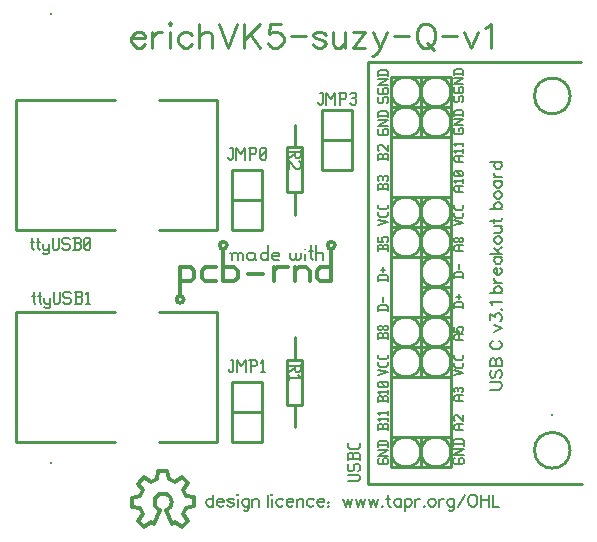
<source format=gto>
G04 start of page 2 for group 1 layer_idx 8 *
G04 Title: (unknown), top_silk *
G04 Creator: pcb-rnd 3.1.0-dev *
G04 CreationDate: 2023-01-28 08:44:06 UTC *
G04 For: tonia *
G04 Format: Gerber/RS-274X *
G04 PCB-Dimensions: 236220 236220 *
G04 PCB-Coordinate-Origin: lower left *
%MOIN*%
%FSLAX25Y25*%
%LNTOP_SILK_NONE_1*%
%ADD51C,0.0070*%
%ADD50C,0.0100*%
%ADD49C,0.0120*%
G54D49*X38660Y74830D02*X38685Y71927D01*
G54D50*X-79Y93465D02*X32913D01*
X-79Y136772D02*Y93465D01*
X32913Y136772D02*X-79D01*
G54D49*X42285Y69434D02*X40726Y67119D01*
X41433Y71441D02*X42285Y69434D01*
X38685Y71927D02*X41433Y71441D01*
G54D50*X-79Y164291D02*X32913D01*
X-79Y207598D02*Y164291D01*
X32913Y207598D02*X-79D01*
G54D49*X45083Y66684D02*X46028Y66294D01*
X42796Y65085D02*X45083Y66684D01*
X40726Y67119D02*X42796Y65085D01*
X55349Y65194D02*X57384Y67265D01*
X53035Y66753D02*X55349Y65194D01*
X51972Y66294D02*X53035Y66753D01*
X41399Y75364D02*X38660Y74830D01*
G54D50*X11811Y86614D03*
Y236221D03*
G54D49*X42215Y77386D02*X41399Y75364D01*
G54D50*X134989Y95157D02*Y85169D01*
X145000Y85157D02*X125000D01*
X66850Y93465D02*X47677D01*
X82165D02*X72165D01*
X125000Y115146D02*X145000D01*
X125000Y95169D02*X145000D01*
X178740Y102559D03*
X92913Y105965D02*Y98465D01*
X90413Y105965D02*X95413D01*
X72165Y113465D02*Y93465D01*
X82165D02*Y113465D01*
X72165Y103465D02*X82165D01*
Y113465D02*Y103465D01*
X72165Y113465D02*X82165D01*
G54D49*X54700Y151869D02*X58300D01*
X59500Y150669D01*
G54D50*X66850Y164291D02*X47677D01*
Y207598D02*X66850D01*
G54D49*X58300Y147069D02*X54700D01*
X59500Y150669D02*Y148269D01*
X58300Y147069D02*X59500Y148269D01*
X63100Y151869D02*X66700D01*
X61900Y150669D02*Y148269D01*
X63100Y147069D02*X66700D01*
X61900Y150669D02*X63100Y151869D01*
X61900Y148269D02*X63100Y147069D01*
X77500Y149469D02*X82300D01*
X69100Y147069D02*X72700D01*
X73900Y148269D02*Y150669D01*
X72700Y151869D02*X69100D01*
X72700D02*X73900Y150669D01*
Y148269D02*X72700Y147069D01*
G54D50*X72165Y184331D02*Y164331D01*
Y184331D02*X82165D01*
Y164331D02*Y184331D01*
X72165Y174331D02*X82165D01*
Y184331D02*Y174331D01*
G54D49*X69100Y157869D02*Y147069D01*
G54D50*X82165Y164331D02*X72165D01*
G54D49*X54700Y151869D02*Y142269D01*
G54D50*X66850Y136772D02*Y93465D01*
Y207598D02*Y164291D01*
X47677Y136772D02*X66850D01*
G54D49*X85900Y151869D02*Y147069D01*
Y150669D02*X87100Y151869D01*
X90700D01*
G54D50*X92913Y128465D02*Y120965D01*
X95413D02*X90413D01*
X95413D02*Y105965D01*
X90413D02*Y120965D01*
G54D49*X93100Y150669D02*X94300Y151869D01*
X96700D01*
G54D50*X92913Y199331D02*Y191831D01*
Y176831D02*Y169331D01*
X95413Y191831D02*Y176831D01*
G54D49*X93100Y151869D02*Y147069D01*
X97900Y150669D02*Y147069D01*
Y150669D02*X96700Y151869D01*
G54D50*X95413Y191831D02*X90413D01*
Y176831D02*Y191831D01*
Y176831D02*X95413D01*
G54D49*X100300Y150669D02*Y148269D01*
Y150669D02*X101500Y151869D01*
X100300Y148269D02*X101500Y147069D01*
X105100D01*
Y157869D01*
G54D50*X125000Y215157D02*X145000D01*
X112087Y184291D02*Y204291D01*
X102087D02*X112087D01*
X102087D02*Y184291D01*
X112087Y194291D02*X102087D01*
Y184291D02*Y194291D01*
X125000Y175169D02*X145000D01*
X125000Y195146D02*X145000D01*
X125000Y205169D02*X145000D01*
G54D49*X105100Y151869D02*X101500D01*
G54D50*X145000Y155169D02*X125000D01*
X145000Y165169D02*X125000D01*
X135011Y175157D02*Y115180D01*
X145000Y135169D02*X125000D01*
X145000Y145169D02*X135000D01*
X145000Y125169D02*X125000D01*
X112087Y184291D02*X102087D01*
X135011Y215157D02*Y195157D01*
X145000Y85157D02*Y215157D01*
X117402Y79528D02*Y220079D01*
X125000Y215157D02*Y85157D01*
X117402Y220079D02*X188465D01*
X117402Y79528D02*X188661D01*
G54D49*X40616Y79672D02*X42215Y77386D01*
X42651Y81743D02*X40616Y79672D01*
X44965Y80184D02*X42651Y81743D01*
X46972Y81036D02*X44965Y80184D01*
X47870Y70741D02*X46028Y66294D01*
X50130Y70741D02*X51972Y66294D01*
X47458Y83783D02*X46972Y81036D01*
X50361Y83809D02*X47458Y83783D01*
X50895Y81070D02*X50361Y83809D01*
X52917Y80253D02*X50895Y81070D01*
X55204Y81852D02*X52917Y80253D01*
X57274Y79818D02*X55204Y81852D01*
X55715Y77503D02*X57274Y79818D01*
X56567Y75496D02*X55715Y77503D01*
X59315Y75010D02*X56567Y75496D01*
X59340Y72107D02*X59315Y75010D01*
X56601Y71573D02*X59340Y72107D01*
X55785Y69551D02*X56601Y71573D01*
X57384Y67265D02*X55785Y69551D01*
X47870Y70741D02*G75*G02X50130Y76196I1130J2728D01*G01*
X50130Y76196D02*G75*G02X50130Y70741I-1130J-2728D01*G01*
X53500Y141069D02*G75*G03X55900Y141069I1200J0D01*G01*
G75*G03X53500Y141069I-1200J0D01*G01*
X67900Y159069D02*G75*G03X70300Y159069I1200J0D01*G01*
G75*G03X67900Y159069I-1200J0D01*G01*
X103900D02*G75*G03X106300Y159069I1200J0D01*G01*
G75*G03X103900Y159069I-1200J0D01*G01*
G54D50*X125000Y90157D02*G75*G03X135000Y90157I5000J0D01*G01*
G75*G03X125000Y90157I-5000J0D01*G01*
X135000D02*G75*G03X145000Y90157I5000J0D01*G01*
G75*G03X135000Y90157I-5000J0D01*G01*
X125000Y120157D02*G75*G03X135000Y120157I5000J0D01*G01*
G75*G03X125000Y120157I-5000J0D01*G01*
X135000D02*G75*G03X145000Y120157I5000J0D01*G01*
G75*G03X135000Y120157I-5000J0D01*G01*
X184724Y90748D02*G75*G02X172809Y90748I-5958J0D01*G01*
G75*G02X184724Y90748I5958J0D01*G01*
X135000Y130157D02*G75*G03X145000Y130157I5000J0D01*G01*
G75*G03X135000Y130157I-5000J0D01*G01*
X125000D02*G75*G03X135000Y130157I5000J0D01*G01*
G75*G03X125000Y130157I-5000J0D01*G01*
X135000Y140157D02*G75*G03X145000Y140157I5000J0D01*G01*
G75*G03X135000Y140157I-5000J0D01*G01*
Y170157D02*G75*G03X145000Y170157I5000J0D01*G01*
G75*G03X135000Y170157I-5000J0D01*G01*
X125000D02*G75*G03X135000Y170157I5000J0D01*G01*
G75*G03X125000Y170157I-5000J0D01*G01*
Y200157D02*G75*G03X135000Y200157I5000J0D01*G01*
G75*G03X125000Y200157I-5000J0D01*G01*
X135000D02*G75*G03X145000Y200157I5000J0D01*G01*
G75*G03X135000Y200157I-5000J0D01*G01*
Y150157D02*G75*G03X145000Y150157I5000J0D01*G01*
G75*G03X135000Y150157I-5000J0D01*G01*
X125000Y160157D02*G75*G03X135000Y160157I5000J0D01*G01*
G75*G03X125000Y160157I-5000J0D01*G01*
X135000D02*G75*G03X145000Y160157I5000J0D01*G01*
G75*G03X135000Y160157I-5000J0D01*G01*
X125000Y210157D02*G75*G03X135000Y210157I5000J0D01*G01*
G75*G03X125000Y210157I-5000J0D01*G01*
X135000D02*G75*G03X145000Y210157I5000J0D01*G01*
G75*G03X135000Y210157I-5000J0D01*G01*
X184724Y208858D02*G75*G02X172809Y208858I-5958J0D01*G01*
G75*G02X184724Y208858I5958J0D01*G01*
X38500Y228021D02*X43068D01*
Y228781D01*
X42688Y229543D01*
X42308Y229925D01*
X41546Y230303D01*
X40404D01*
X39640Y229925D01*
X38878Y229163D01*
X38500Y228021D01*
Y227257D01*
X38878Y226115D01*
X39640Y225353D01*
X40404Y224971D01*
X41546D01*
X42308Y225353D01*
X43068Y226115D01*
X45468Y230303D02*Y224971D01*
Y228017D02*X45848Y229163D01*
X46612Y229923D01*
X47372Y230303D01*
X48516D01*
X51296Y230321D02*Y224989D01*
X50916Y232989D02*X51296Y232607D01*
X51678Y232989D01*
X51296Y233369D01*
X50916Y232989D01*
X58650Y229163D02*X57886Y229925D01*
X57126Y230303D01*
X55982D01*
X55222Y229925D01*
X54458Y229163D01*
X54078Y228021D01*
Y227257D01*
X54458Y226115D01*
X55222Y225353D01*
X55982Y224971D01*
X57126D01*
X57886Y225353D01*
X58650Y226115D01*
X61050Y232969D02*Y224969D01*
Y228779D02*X62190Y229923D01*
X62954Y230303D01*
X64096D01*
X64858Y229923D01*
X65240Y228779D01*
Y224969D01*
X67640Y232969D02*X70686Y224969D01*
X73736Y232969D02*X70686Y224969D01*
X76136Y232969D02*Y224969D01*
X81468Y232969D02*X76136Y227635D01*
X78040Y229539D02*X81468Y224969D01*
X88440Y232969D02*X84630D01*
X84248Y229543D01*
X84630Y229921D01*
X85772Y230303D01*
X86916D01*
X88058Y229921D01*
X88820Y229161D01*
X89202Y228017D01*
Y227257D01*
X88820Y226113D01*
X88058Y225351D01*
X86916Y224969D01*
X85772D01*
X84630Y225351D01*
X84248Y225733D01*
X83868Y226493D01*
X91602Y228969D02*X96602D01*
X103190Y229163D02*X102810Y229923D01*
X101666Y230303D01*
X100524D01*
X99380Y229923D01*
X99002Y229163D01*
X99380Y228399D01*
X100142Y228017D01*
X102048Y227637D01*
X102810Y227257D01*
X103190Y226495D01*
Y226113D01*
X102810Y225353D01*
X101666Y224971D01*
X100524D01*
X99380Y225353D01*
X99002Y226113D01*
X105590Y230303D02*Y226495D01*
X105970Y225353D01*
X106734Y224971D01*
X107876D01*
X108638Y225353D01*
X109780Y226495D01*
Y230303D02*Y224971D01*
X116370Y230303D02*X112180Y224971D01*
Y230303D02*X116370D01*
X112180Y224971D02*X116370D01*
X119150Y230303D02*X121436Y224971D01*
X123722Y230303D02*X121436Y224971D01*
X120674Y223449D01*
X119914Y222685D01*
X119150Y222303D01*
X118770D01*
X126122Y228969D02*X131122D01*
X135806Y232969D02*X135046Y232587D01*
X134282Y231825D01*
X133902Y231065D01*
X133522Y229921D01*
Y228017D01*
X133902Y226873D01*
X134282Y226111D01*
X135046Y225351D01*
X135806Y224969D01*
X137332D01*
X138092Y225351D01*
X138854Y226111D01*
X139236Y226873D01*
X139616Y228017D01*
Y229921D01*
X139236Y231065D01*
X138854Y231825D01*
X138092Y232587D01*
X137332Y232969D01*
X135806D01*
X136950Y226493D02*X139236Y224207D01*
X142016Y228969D02*X147016D01*
X149416Y230303D02*X151700Y224971D01*
X153984Y230303D02*X151700Y224971D01*
X156384Y231447D02*X157144Y231827D01*
X158288Y232969D01*
Y224969D01*
G54D51*X120761Y208096D02*X121161Y208496D01*
X120761Y206896D02*Y208096D01*
X121161Y206496D02*X120761Y206896D01*
X121161Y206496D02*X121961D01*
X122361Y206896D01*
Y208096D01*
X122761Y208496D01*
X123561D01*
X123961Y208096D02*X123561Y208496D01*
X123961Y206896D02*Y208096D01*
X123561Y206496D02*X123961Y206896D01*
X120761Y211056D02*X121161Y211456D01*
X120761Y209856D02*Y211056D01*
X121161Y209456D02*X120761Y209856D01*
X121161Y209456D02*X123561D01*
X123961Y209856D01*
Y211056D01*
X123561Y211456D01*
X122761D02*X123561D01*
X122361Y211056D02*X122761Y211456D01*
X122361Y210256D02*Y211056D01*
X120761Y212416D02*X123961D01*
X120761D02*X123961Y214416D01*
X120761D02*X123961D01*
X120761Y215776D02*X123961D01*
X120761Y216816D02*X121321Y217376D01*
X123401D01*
X123961Y216816D02*X123401Y217376D01*
X123961Y215376D02*Y216816D01*
X120761Y215376D02*Y216816D01*
Y197466D02*X121161Y197866D01*
X120761Y196266D02*Y197466D01*
X121161Y195866D02*X120761Y196266D01*
X121161Y195866D02*X123561D01*
X123961Y196266D01*
Y197466D01*
X123561Y197866D01*
X122761D02*X123561D01*
X122361Y197466D02*X122761Y197866D01*
X122361Y196666D02*Y197466D01*
X120761Y198826D02*X123961D01*
X120761D02*X123961Y200826D01*
X120761D02*X123961D01*
X120761Y202186D02*X123961D01*
X120761Y203226D02*X121321Y203786D01*
X123401D01*
X123961Y203226D02*X123401Y203786D01*
X123961Y201786D02*Y203226D01*
X120761Y201786D02*Y203226D01*
X145957Y208490D02*X146357Y208890D01*
X145957Y207290D02*Y208490D01*
X146357Y206890D02*X145957Y207290D01*
X146357Y206890D02*X147157D01*
X147557Y207290D01*
Y208490D01*
X147957Y208890D01*
X148757D01*
X149157Y208490D02*X148757Y208890D01*
X149157Y207290D02*Y208490D01*
X148757Y206890D02*X149157Y207290D01*
X145957Y211450D02*X146357Y211850D01*
X145957Y210250D02*Y211450D01*
X146357Y209850D02*X145957Y210250D01*
X146357Y209850D02*X148757D01*
X149157Y210250D01*
Y211450D01*
X148757Y211850D01*
X147957D02*X148757D01*
X147557Y211450D02*X147957Y211850D01*
X147557Y210650D02*Y211450D01*
X145957Y212810D02*X149157D01*
X145957D02*X149157Y214810D01*
X145957D02*X149157D01*
X145957Y216170D02*X149157D01*
X145957Y217210D02*X146517Y217770D01*
X148597D01*
X149157Y217210D02*X148597Y217770D01*
X149157Y215770D02*Y217210D01*
X145957Y215770D02*Y217210D01*
Y197860D02*X146357Y198260D01*
X145957Y196660D02*Y197860D01*
X146357Y196260D02*X145957Y196660D01*
X146357Y196260D02*X148757D01*
X149157Y196660D01*
Y197860D01*
X148757Y198260D01*
X147957D02*X148757D01*
X147557Y197860D02*X147957Y198260D01*
X147557Y197060D02*Y197860D01*
X145957Y199220D02*X149157D01*
X145957D02*X149157Y201220D01*
X145957D02*X149157D01*
X145957Y202580D02*X149157D01*
X145957Y203620D02*X146517Y204180D01*
X148597D01*
X149157Y203620D02*X148597Y204180D01*
X149157Y202180D02*Y203620D01*
X145957Y202180D02*Y203620D01*
X101470Y209947D02*X102270D01*
Y206447D01*
X101770Y205947D02*X102270Y206447D01*
X101270Y205947D02*X101770D01*
X100770Y206447D02*X101270Y205947D01*
X100770Y206447D02*Y206947D01*
X103470Y209947D02*Y205947D01*
Y209947D02*X104970Y207947D01*
X106470Y209947D01*
Y205947D01*
X108170Y209947D02*Y205947D01*
X107670Y209947D02*X109670D01*
X110170Y209447D01*
Y208447D01*
X109670Y207947D02*X110170Y208447D01*
X108170Y207947D02*X109670D01*
X111370Y209447D02*X111870Y209947D01*
X112870D01*
X113370Y209447D01*
X112870Y205947D02*X113370Y206447D01*
X111870Y205947D02*X112870D01*
X111370Y206447D02*X111870Y205947D01*
Y208147D02*X112870D01*
X113370Y209447D02*Y208647D01*
Y207647D02*Y206447D01*
Y207647D02*X112870Y208147D01*
X113370Y208647D02*X112870Y208147D01*
X72100Y156069D02*Y154269D01*
Y156069D02*X72700Y156669D01*
X73300D01*
X73900Y156069D01*
Y154269D01*
Y156069D02*X74500Y156669D01*
X75100D01*
X75700Y156069D01*
Y154269D01*
X71500Y156669D02*X72100Y156069D01*
X78940Y156669D02*X79540Y156069D01*
X77740Y156669D02*X78940D01*
X77140Y156069D02*X77740Y156669D01*
X77140Y156069D02*Y154869D01*
X77740Y154269D01*
X79540Y156669D02*Y154869D01*
X80140Y154269D01*
X77740D02*X78940D01*
X79540Y154869D01*
X83980Y159069D02*Y154269D01*
X83380D02*X83980Y154869D01*
X82180Y154269D02*X83380D01*
X81580Y154869D02*X82180Y154269D01*
X81580Y156069D02*Y154869D01*
Y156069D02*X82180Y156669D01*
X83380D01*
X83980Y156069D01*
X86020Y154269D02*X87820D01*
X85420Y154869D02*X86020Y154269D01*
X85420Y156069D02*Y154869D01*
Y156069D02*X86020Y156669D01*
X87220D01*
X87820Y156069D01*
X85420Y155469D02*X87820D01*
Y156069D01*
X91420Y156669D02*Y154869D01*
X92020Y154269D01*
X92620D01*
X93220Y154869D01*
Y156669D02*Y154869D01*
X93820Y154269D01*
X94420D01*
X95020Y154869D01*
Y156669D02*Y154869D01*
X96460Y157869D02*Y157749D01*
Y156069D02*Y154269D01*
X98260Y159069D02*Y154869D01*
X98860Y154269D01*
X97660Y157269D02*X98860D01*
X100060Y159069D02*Y154269D01*
Y156069D02*X100660Y156669D01*
X101860D01*
X102460Y156069D01*
Y154269D01*
X123961Y187598D02*Y189198D01*
X123561Y189598D01*
X122601D02*X123561D01*
X122201Y189198D02*X122601Y189598D01*
X122201Y187998D02*Y189198D01*
X120761Y187998D02*X123961D01*
X120761Y187598D02*Y189198D01*
X121161Y189598D01*
X121801D01*
X122201Y189198D02*X121801Y189598D01*
X121161Y190558D02*X120761Y190958D01*
Y192158D01*
X121161Y192558D01*
X121961D01*
X123961Y190558D02*X121961Y192558D01*
X123961Y190558D02*Y192558D01*
X146757Y176969D02*X149157D01*
X146757D02*X145957Y177529D01*
Y178409D01*
X146757Y178969D01*
X149157D01*
X147557Y176969D02*Y178969D01*
X146597Y179929D02*X145957Y180569D01*
X149157D01*
Y179929D02*Y181129D01*
X148757Y182089D02*X149157Y182489D01*
X146357Y182089D02*X148757D01*
X146357D02*X145957Y182489D01*
Y183289D01*
X146357Y183689D01*
X148757D01*
X149157Y183289D02*X148757Y183689D01*
X149157Y182489D02*Y183289D01*
X148357Y182089D02*X146757Y183689D01*
X94898Y190724D02*Y188724D01*
X94398Y188224D01*
X93398D01*
X92898Y188724D02*X93398Y188224D01*
X92898Y190224D02*Y188724D01*
X94898Y190224D02*X90898D01*
X92898Y189424D02*X90898Y188224D01*
X94398Y187024D02*X94898Y186524D01*
Y185024D01*
X94398Y184524D01*
X93398D01*
X90898Y187024D02*X93398Y184524D01*
X90898Y187024D02*Y184524D01*
X145957Y165748D02*X149157Y166548D01*
X145957Y167348D01*
X149157Y168868D02*Y169908D01*
X148597Y168308D02*X149157Y168868D01*
X146517Y168308D02*X148597D01*
X146517D02*X145957Y168868D01*
Y169908D01*
X149157Y171428D02*Y172468D01*
X148597Y170868D02*X149157Y171428D01*
X146517Y170868D02*X148597D01*
X146517D02*X145957Y171428D01*
Y172468D01*
X146757Y187008D02*X149157D01*
X146757D02*X145957Y187568D01*
Y188448D01*
X146757Y189008D01*
X149157D01*
X147557Y187008D02*Y189008D01*
X146597Y189968D02*X145957Y190608D01*
X149157D01*
Y189968D02*Y191168D01*
X146597Y192128D02*X145957Y192768D01*
X149157D01*
Y192128D02*Y193328D01*
X146757Y157087D02*X149157D01*
X146757D02*X145957Y157647D01*
Y158527D01*
X146757Y159087D01*
X149157D01*
X147557Y157087D02*Y159087D01*
X148757Y160047D02*X149157Y160447D01*
X148117Y160047D02*X148757D01*
X148117D02*X147557Y160607D01*
Y161087D01*
X148117Y161647D01*
X148757D01*
X149157Y161247D02*X148757Y161647D01*
X149157Y160447D02*Y161247D01*
X146997Y160047D02*X147557Y160607D01*
X146357Y160047D02*X146997D01*
X146357D02*X145957Y160447D01*
Y161247D01*
X146357Y161647D01*
X146997D01*
X147557Y161087D02*X146997Y161647D01*
X5939Y143618D02*Y140118D01*
X6439Y139618D01*
X5439Y142118D02*X6439D01*
X7939Y143618D02*Y140118D01*
X8439Y139618D01*
X7439Y142118D02*X8439D01*
X9439Y141618D02*Y140118D01*
X9939Y139618D01*
X11439Y141618D02*Y138618D01*
X10939Y138118D02*X11439Y138618D01*
X9939Y138118D02*X10939D01*
X9439Y138618D02*X9939Y138118D01*
Y139618D02*X10939D01*
X11439Y140118D01*
X12639Y143618D02*Y140118D01*
X13139Y139618D01*
X14139D01*
X14639Y140118D01*
Y143618D02*Y140118D01*
X17839Y143618D02*X18339Y143118D01*
X16339Y143618D02*X17839D01*
X15839Y143118D02*X16339Y143618D01*
X15839Y143118D02*Y142118D01*
X16339Y141618D01*
X17839D01*
X18339Y141118D01*
Y140118D01*
X17839Y139618D02*X18339Y140118D01*
X16339Y139618D02*X17839D01*
X15839Y140118D02*X16339Y139618D01*
X19539D02*X21539D01*
X22039Y140118D01*
Y141318D02*Y140118D01*
X21539Y141818D02*X22039Y141318D01*
X20039Y141818D02*X21539D01*
X20039Y143618D02*Y139618D01*
X19539Y143618D02*X21539D01*
X22039Y143118D01*
Y142318D01*
X21539Y141818D02*X22039Y142318D01*
X23239Y142818D02*X24039Y143618D01*
Y139618D01*
X23239D02*X24739D01*
X5500Y161618D02*Y158118D01*
X6000Y157618D01*
X5000Y160118D02*X6000D01*
X7500Y161618D02*Y158118D01*
X8000Y157618D01*
X7000Y160118D02*X8000D01*
X9000Y159618D02*Y158118D01*
X9500Y157618D01*
X11000Y159618D02*Y156618D01*
X10500Y156118D02*X11000Y156618D01*
X9500Y156118D02*X10500D01*
X9000Y156618D02*X9500Y156118D01*
Y157618D02*X10500D01*
X11000Y158118D01*
X12200Y161618D02*Y158118D01*
X12700Y157618D01*
X13700D01*
X14200Y158118D01*
Y161618D02*Y158118D01*
X17400Y161618D02*X17900Y161118D01*
X15900Y161618D02*X17400D01*
X15400Y161118D02*X15900Y161618D01*
X15400Y161118D02*Y160118D01*
X15900Y159618D01*
X17400D01*
X17900Y159118D01*
Y158118D01*
X17400Y157618D02*X17900Y158118D01*
X15900Y157618D02*X17400D01*
X15400Y158118D02*X15900Y157618D01*
X19100D02*X21100D01*
X21600Y158118D01*
Y159318D02*Y158118D01*
X21100Y159818D02*X21600Y159318D01*
X19600Y159818D02*X21100D01*
X19600Y161618D02*Y157618D01*
X19100Y161618D02*X21100D01*
X21600Y161118D01*
Y160318D01*
X21100Y159818D02*X21600Y160318D01*
X22800Y158118D02*X23300Y157618D01*
X22800Y161118D02*Y158118D01*
Y161118D02*X23300Y161618D01*
X24300D01*
X24800Y161118D01*
Y158118D01*
X24300Y157618D02*X24800Y158118D01*
X23300Y157618D02*X24300D01*
X22800Y158618D02*X24800Y160618D01*
X71444Y191547D02*X72244D01*
Y188047D01*
X71744Y187547D02*X72244Y188047D01*
X71244Y187547D02*X71744D01*
X70744Y188047D02*X71244Y187547D01*
X70744Y188047D02*Y188547D01*
X73444Y191547D02*Y187547D01*
Y191547D02*X74944Y189547D01*
X76444Y191547D01*
Y187547D01*
X78144Y191547D02*Y187547D01*
X77644Y191547D02*X79644D01*
X80144Y191047D01*
Y190047D01*
X79644Y189547D02*X80144Y190047D01*
X78144Y189547D02*X79644D01*
X81344Y188047D02*X81844Y187547D01*
X81344Y191047D02*Y188047D01*
Y191047D02*X81844Y191547D01*
X82844D01*
X83344Y191047D01*
Y188047D01*
X82844Y187547D02*X83344Y188047D01*
X81844Y187547D02*X82844D01*
X81344Y188547D02*X83344Y190547D01*
X123961Y177559D02*Y179159D01*
X123561Y179559D01*
X122601D02*X123561D01*
X122201Y179159D02*X122601Y179559D01*
X122201Y177959D02*Y179159D01*
X120761Y177959D02*X123961D01*
X120761Y177559D02*Y179159D01*
X121161Y179559D01*
X121801D01*
X122201Y179159D02*X121801Y179559D01*
X121161Y180519D02*X120761Y180919D01*
Y181719D01*
X121161Y182119D01*
X123961Y181719D02*X123561Y182119D01*
X123961Y180919D02*Y181719D01*
X123561Y180519D02*X123961Y180919D01*
X122201D02*Y181719D01*
X121161Y182119D02*X121801D01*
X122601D02*X123561D01*
X122601D02*X122201Y181719D01*
X121801Y182119D02*X122201Y181719D01*
X120761Y165945D02*X123961Y166745D01*
X120761Y167545D01*
X123961Y169065D02*Y170105D01*
X123401Y168505D02*X123961Y169065D01*
X121321Y168505D02*X123401D01*
X121321D02*X120761Y169065D01*
Y170105D01*
X123961Y171625D02*Y172665D01*
X123401Y171065D02*X123961Y171625D01*
X121321Y171065D02*X123401D01*
X121321D02*X120761Y171625D01*
Y172665D01*
X123961Y157283D02*Y158883D01*
X123561Y159283D01*
X122601D02*X123561D01*
X122201Y158883D02*X122601Y159283D01*
X122201Y157683D02*Y158883D01*
X120761Y157683D02*X123961D01*
X120761Y157283D02*Y158883D01*
X121161Y159283D01*
X121801D01*
X122201Y158883D02*X121801Y159283D01*
X120761Y160243D02*Y161843D01*
Y160243D02*X122361D01*
X121961Y160643D01*
Y161443D01*
X122361Y161843D01*
X123561D01*
X123961Y161443D02*X123561Y161843D01*
X123961Y160643D02*Y161443D01*
X123561Y160243D02*X123961Y160643D01*
Y127756D02*Y129356D01*
X123561Y129756D01*
X122601D02*X123561D01*
X122201Y129356D02*X122601Y129756D01*
X122201Y128156D02*Y129356D01*
X120761Y128156D02*X123961D01*
X120761Y127756D02*Y129356D01*
X121161Y129756D01*
X121801D01*
X122201Y129356D02*X121801Y129756D01*
X123561Y130716D02*X123961Y131116D01*
X122921Y130716D02*X123561D01*
X122921D02*X122361Y131276D01*
Y131756D01*
X122921Y132316D01*
X123561D01*
X123961Y131916D02*X123561Y132316D01*
X123961Y131116D02*Y131916D01*
X121801Y130716D02*X122361Y131276D01*
X121161Y130716D02*X121801D01*
X121161D02*X120761Y131116D01*
Y131916D01*
X121161Y132316D01*
X121801D01*
X122361Y131756D02*X121801Y132316D01*
X120761Y137605D02*X123961D01*
X120761Y138645D02*X121321Y139205D01*
X123401D01*
X123961Y138645D02*X123401Y139205D01*
X123961Y137205D02*Y138645D01*
X120761Y137205D02*Y138645D01*
X122361Y140165D02*Y141765D01*
X120761Y147644D02*X123961D01*
X120761Y148684D02*X121321Y149244D01*
X123401D01*
X123961Y148684D02*X123401Y149244D01*
X123961Y147244D02*Y148684D01*
X120761Y147244D02*Y148684D01*
X122361Y150204D02*Y151804D01*
X121561Y151004D02*X123161D01*
X145957Y138589D02*X149157D01*
X145957Y139629D02*X146517Y140189D01*
X148597D01*
X149157Y139629D02*X148597Y140189D01*
X149157Y138189D02*Y139629D01*
X145957Y138189D02*Y139629D01*
X147557Y141149D02*Y142749D01*
X146757Y141949D02*X148357D01*
X145957Y148628D02*X149157D01*
X145957Y149668D02*X146517Y150228D01*
X148597D01*
X149157Y149668D02*X148597Y150228D01*
X149157Y148228D02*Y149668D01*
X145957Y148228D02*Y149668D01*
X147557Y151188D02*Y152788D01*
X158000Y110969D02*X160857D01*
X161429Y111160D01*
X161809Y111540D01*
X162000Y112112D01*
Y112492D01*
X161809Y113064D01*
X161429Y113445D01*
X160857Y113635D01*
X158000D01*
X158572Y117501D02*X158191Y117120D01*
X158000Y116549D01*
Y115787D01*
X158191Y115215D01*
X158572Y114835D01*
X158952D01*
X159334Y115024D01*
X159524Y115215D01*
X159714Y115597D01*
X160095Y116740D01*
X160286Y117120D01*
X160476Y117310D01*
X160857Y117501D01*
X161429D01*
X161809Y117120D01*
X162000Y116549D01*
Y115787D01*
X161809Y115215D01*
X161429Y114835D01*
X158000Y118701D02*X162000D01*
X158000D02*Y120415D01*
X158191Y120986D01*
X158381Y121177D01*
X158763Y121367D01*
X159143D01*
X159524Y121177D01*
X159715Y120986D01*
X159905Y120415D01*
Y118701D02*Y120415D01*
X160095Y120986D01*
X160286Y121177D01*
X160667Y121367D01*
X161238D01*
X161620Y121177D01*
X161809Y120986D01*
X162000Y120415D01*
Y118701D01*
X158952Y127224D02*X158572Y127033D01*
X158191Y126652D01*
X158000Y126272D01*
Y125509D01*
X158191Y125129D01*
X158572Y124747D01*
X158952Y124557D01*
X159524Y124367D01*
X160477D01*
X161048Y124557D01*
X161429Y124747D01*
X161809Y125129D01*
X162000Y125509D01*
Y126272D01*
X161809Y126652D01*
X161429Y127033D01*
X161048Y127224D01*
X159333Y130224D02*X161999Y131366D01*
X159333Y132508D02*X161999Y131366D01*
X158000Y134088D02*Y136183D01*
X159524Y135040D01*
Y135612D01*
X159713Y135992D01*
X159904Y136183D01*
X160476Y136374D01*
X160856D01*
X161428Y136183D01*
X161809Y135803D01*
X162000Y135231D01*
Y134660D01*
X161809Y134088D01*
X161618Y133898D01*
X161238Y133708D01*
X161700Y137764D02*X161891Y137574D01*
X162080Y137764D01*
X161891Y137954D01*
X161700Y137764D01*
X158761Y139154D02*X158571Y139534D01*
X158000Y140106D01*
X162000D01*
X158000Y143106D02*X162000D01*
X159904D02*X159523Y143487D01*
X159333Y143867D01*
Y144439D01*
X159523Y144819D01*
X159904Y145201D01*
X160475Y145392D01*
X160856D01*
X161427Y145201D01*
X161809Y144819D01*
X162000Y144439D01*
Y143867D01*
X161809Y143487D01*
X161427Y143106D01*
X159333Y146592D02*X161999D01*
X160476D02*X159903Y146782D01*
X159523Y147164D01*
X159333Y147544D01*
Y148116D01*
X160474Y149316D02*Y151600D01*
X160094D01*
X159713Y151410D01*
X159522Y151220D01*
X159333Y150839D01*
Y150268D01*
X159522Y149886D01*
X159903Y149505D01*
X160474Y149316D01*
X160856D01*
X161427Y149505D01*
X161808Y149886D01*
X161999Y150268D01*
Y150839D01*
X161808Y151220D01*
X161427Y151600D01*
X159333Y155086D02*X161999D01*
X159903D02*X159522Y154704D01*
X159333Y154324D01*
Y153752D01*
X159522Y153372D01*
X159903Y152990D01*
X160474Y152800D01*
X160856D01*
X161427Y152990D01*
X161808Y153372D01*
X161999Y153752D01*
Y154324D01*
X161808Y154704D01*
X161427Y155086D01*
X158000Y156286D02*X162000D01*
X159333Y158190D02*X161238Y156286D01*
X160475Y157047D02*X162000Y158381D01*
X159333Y160533D02*X159522Y160151D01*
X159903Y159770D01*
X160474Y159581D01*
X160856D01*
X161427Y159770D01*
X161808Y160151D01*
X161999Y160533D01*
Y161104D01*
X161808Y161485D01*
X161427Y161865D01*
X160856Y162056D01*
X160474D01*
X159903Y161865D01*
X159522Y161485D01*
X159333Y161104D01*
Y160533D01*
Y163256D02*X161237D01*
X161808Y163446D01*
X161999Y163828D01*
Y164399D01*
X161808Y164780D01*
X161237Y165351D01*
X159333D02*X161999D01*
X158000Y167123D02*X161238D01*
X161809Y167312D01*
X162000Y167694D01*
Y168075D01*
X159333Y166551D02*Y167884D01*
X158000Y171075D02*X162000D01*
X159904D02*X159523Y171456D01*
X159333Y171836D01*
Y172408D01*
X159523Y172788D01*
X159904Y173170D01*
X160475Y173361D01*
X160856D01*
X161427Y173170D01*
X161809Y172788D01*
X162000Y172408D01*
Y171836D01*
X161809Y171456D01*
X161427Y171075D01*
X159333Y175513D02*X159522Y175131D01*
X159903Y174750D01*
X160474Y174561D01*
X160856D01*
X161427Y174750D01*
X161808Y175131D01*
X161999Y175513D01*
Y176084D01*
X161808Y176465D01*
X161427Y176845D01*
X160856Y177036D01*
X160474D01*
X159903Y176845D01*
X159522Y176465D01*
X159333Y176084D01*
Y175513D01*
Y180522D02*X161999D01*
X159903D02*X159522Y180140D01*
X159333Y179760D01*
Y179188D01*
X159522Y178808D01*
X159903Y178426D01*
X160474Y178236D01*
X160856D01*
X161427Y178426D01*
X161808Y178808D01*
X161999Y179188D01*
Y179760D01*
X161808Y180140D01*
X161427Y180522D01*
X159333Y181722D02*X161999D01*
X160476D02*X159903Y181912D01*
X159523Y182294D01*
X159333Y182674D01*
Y183246D01*
X158000Y186730D02*X162000D01*
X159904D02*X159523Y186350D01*
X159333Y185969D01*
Y185398D01*
X159523Y185016D01*
X159904Y184635D01*
X160475Y184446D01*
X160856D01*
X161427Y184635D01*
X161809Y185016D01*
X162000Y185398D01*
Y185969D01*
X161809Y186350D01*
X161427Y186730D01*
X123961Y106693D02*Y108293D01*
X123561Y108693D01*
X122601D02*X123561D01*
X122201Y108293D02*X122601Y108693D01*
X122201Y107093D02*Y108293D01*
X120761Y107093D02*X123961D01*
X120761Y106693D02*Y108293D01*
X121161Y108693D01*
X121801D01*
X122201Y108293D02*X121801Y108693D01*
X121401Y109653D02*X120761Y110293D01*
X123961D01*
Y109653D02*Y110853D01*
X123561Y111813D02*X123961Y112213D01*
X121161Y111813D02*X123561D01*
X121161D02*X120761Y112213D01*
Y113013D01*
X121161Y113413D01*
X123561D01*
X123961Y113013D02*X123561Y113413D01*
X123961Y112213D02*Y113013D01*
X123161Y111813D02*X121561Y113413D01*
X120761Y115945D02*X123961Y116745D01*
X120761Y117545D01*
X123961Y119065D02*Y120105D01*
X123401Y118505D02*X123961Y119065D01*
X121321Y118505D02*X123401D01*
X121321D02*X120761Y119065D01*
Y120105D01*
X123961Y121625D02*Y122665D01*
X123401Y121065D02*X123961Y121625D01*
X121321Y121065D02*X123401D01*
X121321D02*X120761Y121625D01*
Y122665D01*
X146757Y107087D02*X149157D01*
X146757D02*X145957Y107647D01*
Y108527D01*
X146757Y109087D01*
X149157D01*
X147557Y107087D02*Y109087D01*
X146357Y110047D02*X145957Y110447D01*
Y111247D01*
X146357Y111647D01*
X149157Y111247D02*X148757Y111647D01*
X149157Y110447D02*Y111247D01*
X148757Y110047D02*X149157Y110447D01*
X147397D02*Y111247D01*
X146357Y111647D02*X146997D01*
X147797D02*X148757D01*
X147797D02*X147397Y111247D01*
X146997Y111647D02*X147397Y111247D01*
X145957Y115748D02*X149157Y116548D01*
X145957Y117348D01*
X149157Y118868D02*Y119908D01*
X148597Y118308D02*X149157Y118868D01*
X146517Y118308D02*X148597D01*
X146517D02*X145957Y118868D01*
Y119908D01*
X149157Y121428D02*Y122468D01*
X148597Y120868D02*X149157Y121428D01*
X146517Y120868D02*X148597D01*
X146517D02*X145957Y121428D01*
Y122468D01*
X146757Y127362D02*X149157D01*
X146757D02*X145957Y127922D01*
Y128802D01*
X146757Y129362D01*
X149157D01*
X147557Y127362D02*Y129362D01*
X145957Y130322D02*Y131922D01*
Y130322D02*X147557D01*
X147157Y130722D01*
Y131522D01*
X147557Y131922D01*
X148757D01*
X149157Y131522D02*X148757Y131922D01*
X149157Y130722D02*Y131522D01*
X148757Y130322D02*X149157Y130722D01*
X120761Y87624D02*X121161Y88024D01*
X120761Y86424D02*Y87624D01*
X121161Y86024D02*X120761Y86424D01*
X121161Y86024D02*X123561D01*
X123961Y86424D01*
Y87624D01*
X123561Y88024D01*
X122761D02*X123561D01*
X122361Y87624D02*X122761Y88024D01*
X122361Y86824D02*Y87624D01*
X120761Y88984D02*X123961D01*
X120761D02*X123961Y90984D01*
X120761D02*X123961D01*
X120761Y92344D02*X123961D01*
X120761Y93384D02*X121321Y93944D01*
X123401D01*
X123961Y93384D02*X123401Y93944D01*
X123961Y91944D02*Y93384D01*
X120761Y91944D02*Y93384D01*
X110594Y80594D02*X114094D01*
X114594Y81094D01*
Y82094D01*
X114094Y82594D01*
X110594D02*X114094D01*
X110594Y85794D02*X111094Y86294D01*
X110594Y84294D02*Y85794D01*
X111094Y83794D02*X110594Y84294D01*
X111094Y83794D02*X112094D01*
X112594Y84294D01*
Y85794D01*
X113094Y86294D01*
X114094D01*
X114594Y85794D02*X114094Y86294D01*
X114594Y84294D02*Y85794D01*
X114094Y83794D02*X114594Y84294D01*
Y87494D02*Y89494D01*
X114094Y89994D01*
X112894D02*X114094D01*
X112394Y89494D02*X112894Y89994D01*
X112394Y87994D02*Y89494D01*
X110594Y87994D02*X114594D01*
X110594Y87494D02*Y89494D01*
X111094Y89994D01*
X111894D01*
X112394Y89494D02*X111894Y89994D01*
X114594Y91894D02*Y93194D01*
X113894Y91194D02*X114594Y91894D01*
X111294Y91194D02*X113894D01*
X111294D02*X110594Y91894D01*
Y93194D01*
X94898Y119465D02*Y117465D01*
X94398Y116965D01*
X93398D01*
X92898Y117465D02*X93398Y116965D01*
X92898Y118965D02*Y117465D01*
X94898Y118965D02*X90898D01*
X92898Y118165D02*X90898Y116965D01*
X94098Y115765D02*X94898Y114965D01*
X90898D01*
Y115765D02*Y114265D01*
X65784Y75969D02*Y71969D01*
Y74065D02*X65404Y74446D01*
X65023Y74636D01*
X64452D01*
X64070Y74446D01*
X63689Y74065D01*
X63500Y73494D01*
Y73113D01*
X63689Y72542D01*
X64070Y72160D01*
X64452Y71969D01*
X65023D01*
X65404Y72160D01*
X65784Y72542D01*
X66984Y73495D02*X69268D01*
Y73875D01*
X69078Y74256D01*
X68888Y74447D01*
X68507Y74636D01*
X67936D01*
X67554Y74447D01*
X67173Y74066D01*
X66984Y73495D01*
Y73113D01*
X67173Y72542D01*
X67554Y72161D01*
X67936Y71970D01*
X68507D01*
X68888Y72161D01*
X69268Y72542D01*
X72562Y74066D02*X72372Y74446D01*
X71800Y74636D01*
X71229D01*
X70657Y74446D01*
X70468Y74066D01*
X70657Y73684D01*
X71038Y73493D01*
X71991Y73303D01*
X72372Y73113D01*
X72562Y72732D01*
Y72541D01*
X72372Y72161D01*
X71800Y71970D01*
X71229D01*
X70657Y72161D01*
X70468Y72541D01*
X73952Y74645D02*Y71979D01*
X73762Y75979D02*X73952Y75788D01*
X74143Y75979D01*
X73952Y76169D01*
X73762Y75979D01*
X77629Y74636D02*Y71590D01*
X77438Y71018D01*
X77247Y70827D01*
X76867Y70638D01*
X76295D01*
X75915Y70827D01*
X77629Y74066D02*X77247Y74447D01*
X76867Y74636D01*
X76295D01*
X75915Y74447D01*
X75533Y74066D01*
X75343Y73495D01*
Y73113D01*
X75533Y72542D01*
X75915Y72161D01*
X76295Y71970D01*
X76867D01*
X77247Y72161D01*
X77629Y72542D01*
X78829Y74636D02*Y71970D01*
Y73875D02*X79401Y74447D01*
X79781Y74636D01*
X80353D01*
X80733Y74447D01*
X80924Y73875D01*
Y71970D01*
X83924Y75969D02*Y71969D01*
X85314Y74645D02*Y71979D01*
X85124Y75979D02*X85314Y75788D01*
X85505Y75979D01*
X85314Y76169D01*
X85124Y75979D01*
X88991Y74066D02*X88609Y74447D01*
X88229Y74636D01*
X87657D01*
X87277Y74447D01*
X86895Y74066D01*
X86705Y73495D01*
Y73113D01*
X86895Y72542D01*
X87277Y72161D01*
X87657Y71970D01*
X88229D01*
X88609Y72161D01*
X88991Y72542D01*
X90191Y73495D02*X92475D01*
Y73875D01*
X92285Y74256D01*
X92095Y74447D01*
X91714Y74636D01*
X91143D01*
X90761Y74447D01*
X90380Y74066D01*
X90191Y73495D01*
Y73113D01*
X90380Y72542D01*
X90761Y72161D01*
X91143Y71970D01*
X91714D01*
X92095Y72161D01*
X92475Y72542D01*
X93675Y74636D02*Y71970D01*
Y73875D02*X94247Y74447D01*
X94627Y74636D01*
X95199D01*
X95579Y74447D01*
X95770Y73875D01*
Y71970D01*
X99256Y74066D02*X98874Y74447D01*
X98494Y74636D01*
X97922D01*
X97542Y74447D01*
X97160Y74066D01*
X96970Y73495D01*
Y73113D01*
X97160Y72542D01*
X97542Y72161D01*
X97922Y71970D01*
X98494D01*
X98874Y72161D01*
X99256Y72542D01*
X100456Y73495D02*X102740D01*
Y73875D01*
X102550Y74256D01*
X102360Y74447D01*
X101979Y74636D01*
X101408D01*
X101026Y74447D01*
X100645Y74066D01*
X100456Y73495D01*
Y73113D01*
X100645Y72542D01*
X101026Y72161D01*
X101408Y71970D01*
X101979D01*
X102360Y72161D01*
X102740Y72542D01*
X104130Y73569D02*X103940Y73378D01*
X104130Y73188D01*
X104320Y73378D01*
X104130Y73569D01*
Y72235D02*X103940Y72044D01*
X104130Y71855D01*
X104320Y72044D01*
X104130Y72235D01*
X109120Y74636D02*X109881Y71970D01*
X110643Y74636D02*X109881Y71970D01*
X110643Y74636D02*X111406Y71970D01*
X112167Y74636D02*X111406Y71970D01*
X113367Y74636D02*X114128Y71970D01*
X114890Y74636D02*X114128Y71970D01*
X114890Y74636D02*X115653Y71970D01*
X116414Y74636D02*X115653Y71970D01*
X117614Y74636D02*X118375Y71970D01*
X119137Y74636D02*X118375Y71970D01*
X119137Y74636D02*X119900Y71970D01*
X120661Y74636D02*X119900Y71970D01*
X122051Y72269D02*X121861Y72078D01*
X122051Y71889D01*
X122241Y72078D01*
X122051Y72269D01*
X124013Y75969D02*Y72731D01*
X124202Y72160D01*
X124584Y71969D01*
X124965D01*
X123441Y74636D02*X124774D01*
X128451D02*Y71970D01*
Y74066D02*X128069Y74447D01*
X127689Y74636D01*
X127117D01*
X126737Y74447D01*
X126355Y74066D01*
X126165Y73495D01*
Y73113D01*
X126355Y72542D01*
X126737Y72161D01*
X127117Y71970D01*
X127689D01*
X128069Y72161D01*
X128451Y72542D01*
X129651Y74636D02*Y70636D01*
Y74066D02*X130032Y74446D01*
X130412Y74636D01*
X130984D01*
X131365Y74446D01*
X131746Y74066D01*
X131937Y73493D01*
Y73113D01*
X131746Y72541D01*
X131365Y72161D01*
X130984Y71970D01*
X130412D01*
X130032Y72161D01*
X129651Y72541D01*
X133137Y74636D02*Y71970D01*
Y73493D02*X133327Y74066D01*
X133709Y74446D01*
X134089Y74636D01*
X134661D01*
X136051Y72269D02*X135861Y72078D01*
X136051Y71889D01*
X136241Y72078D01*
X136051Y72269D01*
X138393Y74636D02*X138011Y74447D01*
X137630Y74066D01*
X137441Y73495D01*
Y73113D01*
X137630Y72542D01*
X138011Y72161D01*
X138393Y71970D01*
X138964D01*
X139345Y72161D01*
X139725Y72542D01*
X139916Y73113D01*
Y73495D01*
X139725Y74066D01*
X139345Y74447D01*
X138964Y74636D01*
X138393D01*
X141116D02*Y71970D01*
Y73493D02*X141306Y74066D01*
X141688Y74446D01*
X142068Y74636D01*
X142640D01*
X146126D02*Y71590D01*
X145935Y71018D01*
X145744Y70827D01*
X145364Y70638D01*
X144792D01*
X144412Y70827D01*
X146126Y74066D02*X145744Y74447D01*
X145364Y74636D01*
X144792D01*
X144412Y74447D01*
X144030Y74066D01*
X143840Y73495D01*
Y73113D01*
X144030Y72542D01*
X144412Y72161D01*
X144792Y71970D01*
X145364D01*
X145744Y72161D01*
X146126Y72542D01*
X149577Y75969D02*X147326Y71969D01*
X151919Y75969D02*X151539Y75778D01*
X151157Y75397D01*
X150967Y75017D01*
X150777Y74445D01*
Y73493D01*
X150967Y72920D01*
Y72921D02*X151157Y72540D01*
X151539Y72160D01*
X151919Y71969D01*
X152682D01*
X153062Y72160D01*
X153443Y72540D01*
X153634Y72921D01*
X153823Y73493D01*
Y74445D01*
X153634Y75017D01*
X153443Y75397D01*
X153062Y75778D01*
X152682Y75969D01*
X151919D01*
X155023D02*Y71969D01*
X157690D02*Y75969D01*
X155023Y74064D02*X157690D01*
X158890Y75969D02*Y71969D01*
X161175D01*
X123961Y97441D02*Y99041D01*
X123561Y99441D01*
X122601D02*X123561D01*
X122201Y99041D02*X122601Y99441D01*
X122201Y97841D02*Y99041D01*
X120761Y97841D02*X123961D01*
X120761Y97441D02*Y99041D01*
X121161Y99441D01*
X121801D01*
X122201Y99041D02*X121801Y99441D01*
X121401Y100401D02*X120761Y101041D01*
X123961D01*
Y100401D02*Y101601D01*
X121401Y102561D02*X120761Y103201D01*
X123961D01*
Y102561D02*Y103761D01*
X145811Y87724D02*X146236Y88149D01*
X145811Y86449D02*Y87724D01*
X146236Y86024D02*X145811Y86449D01*
X146236Y86024D02*X148786D01*
X149211Y86449D01*
Y87724D01*
X148786Y88149D01*
X147936D02*X148786D01*
X147511Y87724D02*X147936Y88149D01*
X147511Y86874D02*Y87724D01*
X145811Y89169D02*X149211D01*
X145811D02*X149211Y91294D01*
X145811D02*X149211D01*
X145811Y92739D02*X149211D01*
X145811Y93844D02*X146406Y94439D01*
X148616D01*
X149211Y93844D02*X148616Y94439D01*
X149211Y92314D02*Y93844D01*
X145811Y92314D02*Y93844D01*
X146757Y97441D02*X149157D01*
X146757D02*X145957Y98001D01*
Y98881D01*
X146757Y99441D01*
X149157D01*
X147557Y97441D02*Y99441D01*
X146357Y100401D02*X145957Y100801D01*
Y102001D01*
X146357Y102401D01*
X147157D01*
X149157Y100401D02*X147157Y102401D01*
X149157Y100401D02*Y102401D01*
X71641Y120681D02*X72441D01*
Y117181D01*
X71941Y116681D02*X72441Y117181D01*
X71441Y116681D02*X71941D01*
X70941Y117181D02*X71441Y116681D01*
X70941Y117181D02*Y117681D01*
X73641Y120681D02*Y116681D01*
Y120681D02*X75141Y118681D01*
X76641Y120681D01*
Y116681D01*
X78341Y120681D02*Y116681D01*
X77841Y120681D02*X79841D01*
X80341Y120181D01*
Y119181D01*
X79841Y118681D02*X80341Y119181D01*
X78341Y118681D02*X79841D01*
X81541Y119881D02*X82341Y120681D01*
Y116681D01*
X81541D02*X83041D01*
M02*

</source>
